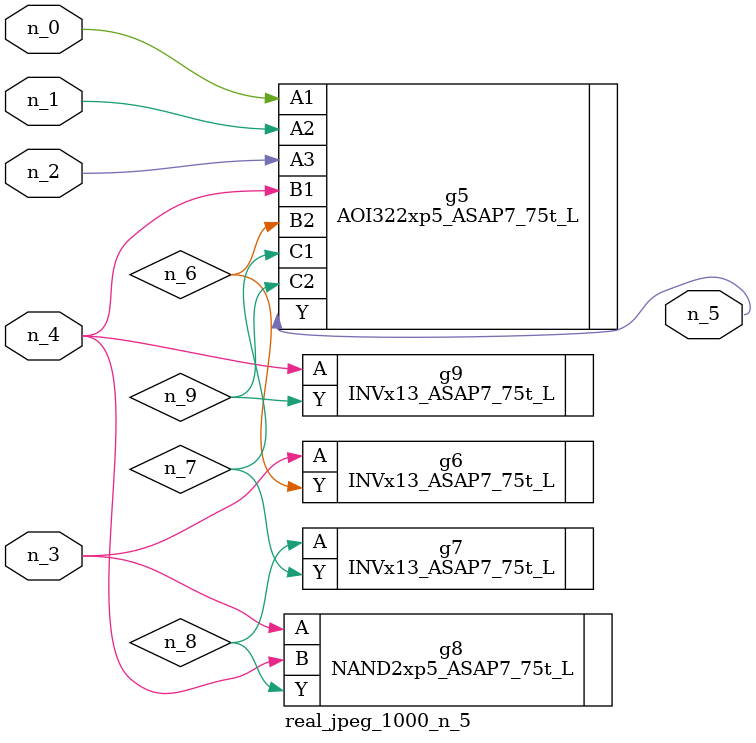
<source format=v>
module real_jpeg_1000_n_5 (n_4, n_0, n_1, n_2, n_3, n_5);

input n_4;
input n_0;
input n_1;
input n_2;
input n_3;

output n_5;

wire n_8;
wire n_6;
wire n_7;
wire n_9;

AOI322xp5_ASAP7_75t_L g5 ( 
.A1(n_0),
.A2(n_1),
.A3(n_2),
.B1(n_4),
.B2(n_6),
.C1(n_7),
.C2(n_9),
.Y(n_5)
);

INVx13_ASAP7_75t_L g6 ( 
.A(n_3),
.Y(n_6)
);

NAND2xp5_ASAP7_75t_L g8 ( 
.A(n_3),
.B(n_4),
.Y(n_8)
);

INVx13_ASAP7_75t_L g9 ( 
.A(n_4),
.Y(n_9)
);

INVx13_ASAP7_75t_L g7 ( 
.A(n_8),
.Y(n_7)
);


endmodule
</source>
